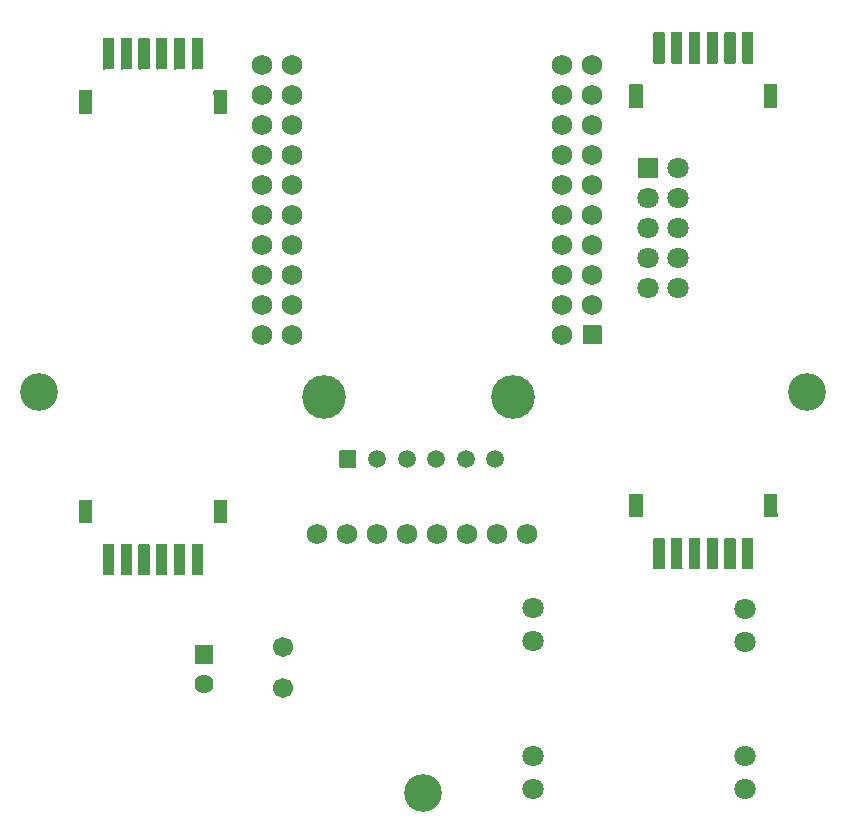
<source format=gbs>
G04 Layer: BottomSolderMaskLayer*
G04 EasyEDA Pro v1.6.32, 2023-12-29 17:47:12*
G04 Gerber Generator version 0.3*
G04 Scale: 100 percent, Rotated: No, Reflected: No*
G04 Dimensions in millimeters*
G04 Leading zeros omitted, absolute positions, 4 integers and 2 decimals*
%FSLAX42Y42*%
%MOMM*%
%ADD10C,3.203199*%
%ADD11C,1.7272*%
%ADD12C,1.701597*%
%ADD13C,1.624025*%
%ADD14C,3.703201*%
%ADD15C,1.500022*%
%ADD16C,1.803199*%
%ADD17C,1.801597*%
G75*


G04 Pad Start*
G54D10*
G01X-3250Y50D03*
G01X3250Y50D03*
G01X0Y-3350D03*
G36*
G01X-1863Y2782D02*
G01X-1863Y3038D01*
G03X-1868Y3043I-5J0D01*
G01X-1954D01*
G03X-1958Y3038I0J-5D01*
G01Y2782D01*
G03X-1954Y2778I5J0D01*
G01X-1868D01*
G03X-1863Y2782I0J5D01*
G37*
G36*
G01X-2014Y2782D02*
G01X-2014Y3038D01*
G03X-2018Y3043I-5J0D01*
G01X-2104D01*
G03X-2109Y3038I0J-5D01*
G01Y2782D01*
G03X-2104Y2778I5J0D01*
G01X-2018D01*
G03X-2014Y2782I0J5D01*
G37*
G36*
G01X-2163Y2782D02*
G01X-2163Y3038D01*
G03X-2168Y3043I-5J0D01*
G01X-2254D01*
G03X-2258Y3038I0J-5D01*
G01Y2782D01*
G03X-2254Y2778I5J0D01*
G01X-2168D01*
G03X-2163Y2782I0J5D01*
G37*
G36*
G01X-2314Y2782D02*
G01X-2314Y3038D01*
G03X-2318Y3043I-5J0D01*
G01X-2404D01*
G03X-2409Y3038I0J-5D01*
G01Y2782D01*
G03X-2404Y2778I5J0D01*
G01X-2318D01*
G03X-2314Y2782I0J5D01*
G37*
G36*
G01X-1658Y2405D02*
G01X-1658Y2595D01*
G03X-1663Y2600I-5J0D01*
G01X-1769D01*
G03X-1773Y2595I0J-5D01*
G01Y2405D01*
G03X-1769Y2400I5J0D01*
G01X-1663D01*
G03X-1658Y2405I0J5D01*
G37*
G36*
G01X-2799Y2405D02*
G01X-2799Y2595D01*
G03X-2803Y2600I-5J0D01*
G01X-2909D01*
G03X-2914Y2595I0J-5D01*
G01Y2405D01*
G03X-2909Y2400I5J0D01*
G01X-2803D01*
G03X-2799Y2405I0J5D01*
G37*
G36*
G01X-2463Y2782D02*
G01X-2463Y3038D01*
G03X-2468Y3043I-5J0D01*
G01X-2554D01*
G03X-2558Y3038I0J-5D01*
G01Y2782D01*
G03X-2554Y2778I5J0D01*
G01X-2468D01*
G03X-2463Y2782I0J5D01*
G37*
G36*
G01X-2613Y2782D02*
G01X-2613Y3038D01*
G03X-2618Y3043I-5J0D01*
G01X-2704D01*
G03X-2708Y3038I0J-5D01*
G01Y2782D01*
G03X-2704Y2778I5J0D01*
G01X-2618D01*
G03X-2613Y2782I0J5D01*
G37*
G36*
G01X1507Y615D02*
G01X1363Y615D01*
G03X1354Y605I0J-10D01*
G01Y462D01*
G03X1363Y452I10J0D01*
G01X1507D01*
G03X1516Y462I0J10D01*
G01Y605D01*
G03X1507Y615I-10J0D01*
G37*
G54D11*
G01X1435Y787D03*
G01X1435Y1041D03*
G01X1435Y1295D03*
G01X1435Y1549D03*
G01X1435Y1803D03*
G01X1435Y2057D03*
G01X1435Y2311D03*
G01X1435Y2565D03*
G01X1435Y2819D03*
G01X1181Y2819D03*
G01X1181Y2565D03*
G01X1181Y2311D03*
G01X1181Y2057D03*
G01X1181Y1803D03*
G01X1181Y1549D03*
G01X1181Y1295D03*
G01X1181Y1041D03*
G01X1181Y787D03*
G01X1181Y533D03*
G01X-1105Y533D03*
G01X-1105Y787D03*
G01X-1105Y1041D03*
G01X-1105Y1295D03*
G01X-1105Y1549D03*
G01X-1105Y1803D03*
G01X-1105Y2057D03*
G01X-1105Y2311D03*
G01X-1105Y2565D03*
G01X-1105Y2819D03*
G01X-1359Y533D03*
G01X-1359Y787D03*
G01X-1359Y1041D03*
G01X-1359Y1295D03*
G01X-1359Y1549D03*
G01X-1359Y1803D03*
G01X-1359Y2057D03*
G01X-1359Y2311D03*
G01X-1359Y2565D03*
G01X-1359Y2819D03*
G36*
G01X2797Y2833D02*
G01X2797Y3089D01*
G03X2793Y3093I-5J0D01*
G01X2707D01*
G03X2702Y3089I0J-5D01*
G01Y2833D01*
G03X2707Y2828I5J0D01*
G01X2793D01*
G03X2797Y2833I0J5D01*
G37*
G36*
G01X2647Y2833D02*
G01X2647Y3089D01*
G03X2643Y3093I-5J0D01*
G01X2557D01*
G03X2552Y3089I0J-5D01*
G01Y2833D01*
G03X2557Y2828I5J0D01*
G01X2643D01*
G03X2647Y2833I0J5D01*
G37*
G36*
G01X2497Y2833D02*
G01X2497Y3089D01*
G03X2493Y3093I-5J0D01*
G01X2407D01*
G03X2402Y3089I0J-5D01*
G01Y2833D01*
G03X2407Y2828I5J0D01*
G01X2493D01*
G03X2497Y2833I0J5D01*
G37*
G36*
G01X2347Y2833D02*
G01X2347Y3089D01*
G03X2343Y3093I-5J0D01*
G01X2257D01*
G03X2252Y3089I0J-5D01*
G01Y2833D01*
G03X2257Y2828I5J0D01*
G01X2343D01*
G03X2347Y2833I0J5D01*
G37*
G36*
G01X3002Y2456D02*
G01X3002Y2646D01*
G03X2998Y2651I-5J0D01*
G01X2892D01*
G03X2887Y2646I0J-5D01*
G01Y2456D01*
G03X2892Y2451I5J0D01*
G01X2998D01*
G03X3002Y2456I0J5D01*
G37*
G36*
G01X1862Y2456D02*
G01X1862Y2646D01*
G03X1858Y2651I-5J0D01*
G01X1752D01*
G03X1747Y2646I0J-5D01*
G01Y2456D01*
G03X1752Y2451I5J0D01*
G01X1858D01*
G03X1862Y2456I0J5D01*
G37*
G36*
G01X2197Y2833D02*
G01X2197Y3089D01*
G03X2193Y3093I-5J0D01*
G01X2107D01*
G03X2102Y3089I0J-5D01*
G01Y2833D01*
G03X2107Y2828I5J0D01*
G01X2193D01*
G03X2197Y2833I0J5D01*
G37*
G36*
G01X2047Y2833D02*
G01X2047Y3089D01*
G03X2043Y3093I-5J0D01*
G01X1957D01*
G03X1952Y3089I0J-5D01*
G01Y2833D01*
G03X1957Y2828I5J0D01*
G01X2043D01*
G03X2047Y2833I0J5D01*
G37*
G36*
G01X1952Y-1195D02*
G01X1952Y-1450D01*
G03X1957Y-1455I5J0D01*
G01X2043D01*
G03X2047Y-1450I0J5D01*
G01Y-1195D01*
G03X2043Y-1190I-5J0D01*
G01X1957D01*
G03X1952Y-1195I0J-5D01*
G37*
G36*
G01X2102Y-1195D02*
G01X2102Y-1450D01*
G03X2107Y-1455I5J0D01*
G01X2193D01*
G03X2197Y-1450I0J5D01*
G01Y-1195D01*
G03X2193Y-1190I-5J0D01*
G01X2107D01*
G03X2102Y-1195I0J-5D01*
G37*
G36*
G01X2252Y-1195D02*
G01X2252Y-1450D01*
G03X2257Y-1455I5J0D01*
G01X2343D01*
G03X2347Y-1450I0J5D01*
G01Y-1195D01*
G03X2343Y-1190I-5J0D01*
G01X2257D01*
G03X2252Y-1195I0J-5D01*
G37*
G36*
G01X2402Y-1195D02*
G01X2402Y-1450D01*
G03X2407Y-1455I5J0D01*
G01X2493D01*
G03X2497Y-1450I0J5D01*
G01Y-1195D01*
G03X2493Y-1190I-5J0D01*
G01X2407D01*
G03X2402Y-1195I0J-5D01*
G37*
G36*
G01X1747Y-817D02*
G01X1747Y-1008D01*
G03X1752Y-1013I5J0D01*
G01X1858D01*
G03X1862Y-1008I0J5D01*
G01Y-817D01*
G03X1858Y-813I-5J0D01*
G01X1752D01*
G03X1747Y-817I0J-5D01*
G37*
G36*
G01X2887Y-817D02*
G01X2887Y-1008D01*
G03X2892Y-1013I5J0D01*
G01X2998D01*
G03X3002Y-1008I0J5D01*
G01Y-817D01*
G03X2998Y-813I-5J0D01*
G01X2892D01*
G03X2887Y-817I0J-5D01*
G37*
G36*
G01X2552Y-1195D02*
G01X2552Y-1450D01*
G03X2557Y-1455I5J0D01*
G01X2643D01*
G03X2647Y-1450I0J5D01*
G01Y-1195D01*
G03X2643Y-1190I-5J0D01*
G01X2557D01*
G03X2552Y-1195I0J-5D01*
G37*
G36*
G01X2702Y-1195D02*
G01X2702Y-1450D01*
G03X2707Y-1455I5J0D01*
G01X2793D01*
G03X2797Y-1450I0J5D01*
G01Y-1195D01*
G03X2793Y-1190I-5J0D01*
G01X2707D01*
G03X2702Y-1195I0J-5D01*
G37*
G36*
G01X-2709Y-1246D02*
G01X-2709Y-1501D01*
G03X-2704Y-1506I5J0D01*
G01X-2618D01*
G03X-2614Y-1501I0J5D01*
G01Y-1246D01*
G03X-2618Y-1241I-5J0D01*
G01X-2704D01*
G03X-2709Y-1246I0J-5D01*
G37*
G36*
G01X-2558Y-1246D02*
G01X-2558Y-1501D01*
G03X-2554Y-1506I5J0D01*
G01X-2468D01*
G03X-2463Y-1501I0J5D01*
G01Y-1246D01*
G03X-2468Y-1241I-5J0D01*
G01X-2554D01*
G03X-2558Y-1246I0J-5D01*
G37*
G36*
G01X-2409Y-1246D02*
G01X-2409Y-1501D01*
G03X-2404Y-1506I5J0D01*
G01X-2318D01*
G03X-2314Y-1501I0J5D01*
G01Y-1246D01*
G03X-2318Y-1241I-5J0D01*
G01X-2404D01*
G03X-2409Y-1246I0J-5D01*
G37*
G36*
G01X-2258Y-1246D02*
G01X-2258Y-1501D01*
G03X-2254Y-1506I5J0D01*
G01X-2168D01*
G03X-2163Y-1501I0J5D01*
G01Y-1246D01*
G03X-2168Y-1241I-5J0D01*
G01X-2254D01*
G03X-2258Y-1246I0J-5D01*
G37*
G36*
G01X-2914Y-868D02*
G01X-2914Y-1059D01*
G03X-2909Y-1063I5J0D01*
G01X-2803D01*
G03X-2799Y-1059I0J5D01*
G01Y-868D01*
G03X-2803Y-863I-5J0D01*
G01X-2909D01*
G03X-2914Y-868I0J-5D01*
G37*
G36*
G01X-1773Y-868D02*
G01X-1773Y-1059D01*
G03X-1769Y-1063I5J0D01*
G01X-1663D01*
G03X-1658Y-1059I0J5D01*
G01Y-868D01*
G03X-1663Y-863I-5J0D01*
G01X-1769D01*
G03X-1773Y-868I0J-5D01*
G37*
G36*
G01X-2109Y-1246D02*
G01X-2109Y-1501D01*
G03X-2104Y-1506I5J0D01*
G01X-2018D01*
G03X-2014Y-1501I0J5D01*
G01Y-1246D01*
G03X-2018Y-1241I-5J0D01*
G01X-2104D01*
G03X-2109Y-1246I0J-5D01*
G37*
G36*
G01X-1959Y-1246D02*
G01X-1959Y-1501D01*
G03X-1954Y-1506I5J0D01*
G01X-1868D01*
G03X-1864Y-1501I0J5D01*
G01Y-1246D01*
G03X-1868Y-1241I-5J0D01*
G01X-1954D01*
G03X-1959Y-1246I0J-5D01*
G37*
G54D12*
G01X-1181Y-2461D03*
G01X-1181Y-2111D03*
G36*
G01X-1780Y-2095D02*
G01X-1928Y-2095D01*
G03X-1933Y-2100I0J-5D01*
G01Y-2248D01*
G03X-1928Y-2252I5J0D01*
G01X-1780D01*
G03X-1775Y-2248I0J5D01*
G01Y-2100D01*
G03X-1780Y-2095I-5J0D01*
G37*
G54D13*
G01X-1854Y-2424D03*
G54D11*
G01X-898Y-1152D03*
G01X-644Y-1152D03*
G01X-390Y-1152D03*
G01X-136Y-1152D03*
G01X118Y-1152D03*
G01X372Y-1152D03*
G01X626Y-1152D03*
G01X880Y-1152D03*
G54D14*
G01X-834Y4D03*
G01X766Y4D03*
G54D15*
G01X612Y-521D03*
G01X-138Y-521D03*
G01X-388Y-521D03*
G36*
G01X-710Y-453D02*
G01X-710Y-588D01*
G03X-705Y-593I5J0D01*
G01X-570D01*
G03X-565Y-588I0J5D01*
G01Y-453D01*
G03X-570Y-448I-5J0D01*
G01X-705D01*
G03X-710Y-453I0J-5D01*
G37*
G01X112Y-521D03*
G01X362Y-521D03*
G54D16*
G01X936Y-1784D03*
G01X936Y-2064D03*
G01X934Y-3036D03*
G01X934Y-3316D03*
G01X2729Y-3317D03*
G01X2729Y-3037D03*
G01X2731Y-2070D03*
G01X2731Y-1790D03*
G36*
G01X1988Y2031D02*
G01X1822Y2031D01*
G03X1817Y2026I0J-5D01*
G01Y1860D01*
G03X1822Y1856I5J0D01*
G01X1988D01*
G03X1993Y1860I0J5D01*
G01Y2026D01*
G03X1988Y2031I-5J0D01*
G37*
G54D17*
G01X2159Y1943D03*
G01X1905Y1689D03*
G01X2159Y1689D03*
G01X1905Y1435D03*
G01X2159Y1435D03*
G01X1905Y1181D03*
G01X2159Y1181D03*
G01X1905Y927D03*
G01X2159Y927D03*
G04 Pad End*

M02*

</source>
